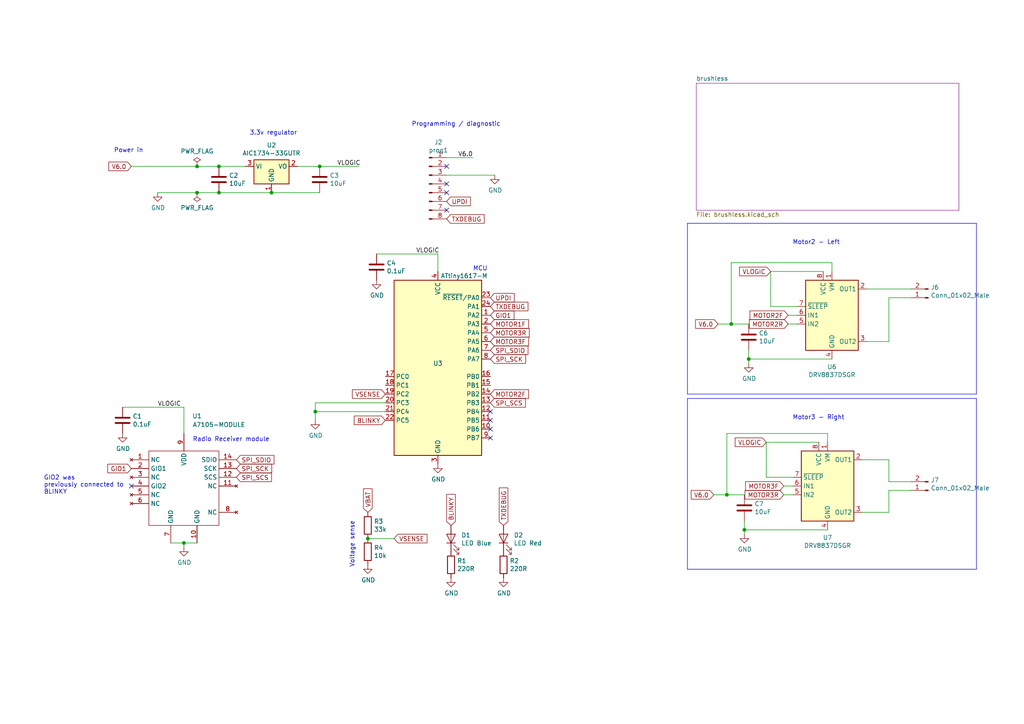
<source format=kicad_sch>
(kicad_sch (version 20200714) (host eeschema "5.99.0-unknown-9f20c61~102~ubuntu18.04.1")
  (page 1 2)
  (paper "A4")
  (title_block (title "Malenki-Brushless") (date "2020-08-01") (company "Mark Robson"))
  (lib_symbols
    (symbol "Connector:Conn_01x08_Male" (pin_names hide)
      (property "Reference" "J" (at 0 10.16 0))
      (property "Value" "Conn_01x08_Male" (at 0 -12.7 0))
      (symbol "Conn_01x08_Male_1_1"
        (rectangle (start 0.8636 -10.033) (end 0 -10.287) (fill (type outline)))
        (rectangle (start 0.8636 -7.493) (end 0 -7.747) (fill (type outline)))
        (rectangle (start 0.8636 -4.953) (end 0 -5.207) (fill (type outline)))
        (rectangle (start 0.8636 -2.413) (end 0 -2.667) (fill (type outline)))
        (rectangle (start 0.8636 0.127) (end 0 -0.127) (fill (type outline)))
        (rectangle (start 0.8636 2.667) (end 0 2.413) (fill (type outline)))
        (rectangle (start 0.8636 5.207) (end 0 4.953) (fill (type outline)))
        (rectangle (start 0.8636 7.747) (end 0 7.493) (fill (type outline)))
        (polyline (pts (xy 1.27 -10.16) (xy 0.8636 -10.16)))
        (polyline (pts (xy 1.27 -7.62) (xy 0.8636 -7.62)))
        (polyline (pts (xy 1.27 -5.08) (xy 0.8636 -5.08)))
        (polyline (pts (xy 1.27 -2.54) (xy 0.8636 -2.54)))
        (polyline (pts (xy 1.27 0) (xy 0.8636 0)))
        (polyline (pts (xy 1.27 2.54) (xy 0.8636 2.54)))
        (polyline (pts (xy 1.27 5.08) (xy 0.8636 5.08)))
        (polyline (pts (xy 1.27 7.62) (xy 0.8636 7.62)))
        (pin passive line (at 5.08 7.62 180) (length 3.81) (name "Pin_1") (number "1"))
        (pin passive line (at 5.08 5.08 180) (length 3.81) (name "Pin_2") (number "2"))
        (pin passive line (at 5.08 2.54 180) (length 3.81) (name "Pin_3") (number "3"))
        (pin passive line (at 5.08 0 180) (length 3.81) (name "Pin_4") (number "4"))
        (pin passive line (at 5.08 -2.54 180) (length 3.81) (name "Pin_5") (number "5"))
        (pin passive line (at 5.08 -5.08 180) (length 3.81) (name "Pin_6") (number "6"))
        (pin passive line (at 5.08 -7.62 180) (length 3.81) (name "Pin_7") (number "7"))
        (pin passive line (at 5.08 -10.16 180) (length 3.81) (name "Pin_8") (number "8"))
      )
    )
    (symbol "Driver_Motor:DRV8837C" (pin_names (offset 0.508))
      (property "Reference" "U" (at 6.35 11.43 0))
      (property "Value" "DRV8837C" (at -10.16 11.43 0))
      (symbol "DRV8837C_0_1"
        (rectangle (start -7.62 10.16) (end 7.62 -10.16) (stroke (width 0.254)) (fill (type background)))
      )
      (symbol "DRV8837C_1_1"
        (pin power_in line (at 0 12.7 270) (length 2.54) (name "VM") (number "1"))
        (pin output line (at 10.16 7.62 180) (length 2.54) (name "OUT1") (number "2"))
        (pin output line (at 10.16 -7.62 180) (length 2.54) (name "OUT2") (number "3"))
        (pin power_in line (at 0 -12.7 90) (length 2.54) (name "GND") (number "4"))
        (pin input line (at -10.16 -2.54 0) (length 2.54) (name "IN2") (number "5"))
        (pin input line (at -10.16 0 0) (length 2.54) (name "IN1") (number "6"))
        (pin input line (at -10.16 2.54 0) (length 2.54) (name "~SLEEP") (number "7"))
        (pin power_in line (at -2.54 12.7 270) (length 2.54) (name "VCC") (number "8"))
        (pin passive line (at 0 -12.7 90) (length 2.54) hide (name "GND") (number "9"))
      )
    )
    (symbol "MCU_Microchip_ATtiny:ATtiny1617-M" (pin_names (offset 0.508))
      (property "Reference" "U" (at -12.7 26.67 0))
      (property "Value" "ATtiny1617-M" (at 2.54 -26.67 0))
      (symbol "ATtiny1617-M_0_1"
        (rectangle (start -12.7 -25.4) (end 12.7 25.4) (stroke (width 0.254)) (fill (type background)))
      )
      (symbol "ATtiny1617-M_1_1"
        (pin bidirectional line (at 15.24 15.24 180) (length 2.54) (name "PA2") (number "1"))
        (pin bidirectional line (at 15.24 -17.78 180) (length 2.54) (name "PB6") (number "10"))
        (pin bidirectional line (at 15.24 -15.24 180) (length 2.54) (name "PB5") (number "11"))
        (pin bidirectional line (at 15.24 -12.7 180) (length 2.54) (name "PB4") (number "12"))
        (pin bidirectional line (at 15.24 -10.16 180) (length 2.54) (name "PB3") (number "13"))
        (pin bidirectional line (at 15.24 -7.62 180) (length 2.54) (name "PB2") (number "14"))
        (pin bidirectional line (at 15.24 -5.08 180) (length 2.54) (name "PB1") (number "15"))
        (pin bidirectional line (at 15.24 -2.54 180) (length 2.54) (name "PB0") (number "16"))
        (pin bidirectional line (at -15.24 -2.54 0) (length 2.54) (name "PC0") (number "17"))
        (pin bidirectional line (at -15.24 -5.08 0) (length 2.54) (name "PC1") (number "18"))
        (pin bidirectional line (at -15.24 -7.62 0) (length 2.54) (name "PC2") (number "19"))
        (pin bidirectional line (at 15.24 12.7 180) (length 2.54) (name "PA3") (number "2"))
        (pin bidirectional line (at -15.24 -10.16 0) (length 2.54) (name "PC3") (number "20"))
        (pin bidirectional line (at -15.24 -12.7 0) (length 2.54) (name "PC4") (number "21"))
        (pin bidirectional line (at -15.24 -15.24 0) (length 2.54) (name "PC5") (number "22"))
        (pin bidirectional line (at 15.24 20.32 180) (length 2.54) (name "~RESET~/PA0") (number "23"))
        (pin bidirectional line (at 15.24 17.78 180) (length 2.54) (name "PA1") (number "24"))
        (pin passive line (at 0 -27.94 90) (length 2.54) hide (name "GND") (number "25"))
        (pin power_in line (at 0 -27.94 90) (length 2.54) (name "GND") (number "3"))
        (pin power_in line (at 0 27.94 270) (length 2.54) (name "VCC") (number "4"))
        (pin bidirectional line (at 15.24 10.16 180) (length 2.54) (name "PA4") (number "5"))
        (pin bidirectional line (at 15.24 7.62 180) (length 2.54) (name "PA5") (number "6"))
        (pin bidirectional line (at 15.24 5.08 180) (length 2.54) (name "PA6") (number "7"))
        (pin bidirectional line (at 15.24 2.54 180) (length 2.54) (name "PA7") (number "8"))
        (pin bidirectional line (at 15.24 -20.32 180) (length 2.54) (name "PB7") (number "9"))
      )
    )
    (symbol "mal_nano:A7105-MODULE"
      (property "Reference" "U" (at 0 0 0))
      (property "Value" "A7105-MODULE" (at 2.54 -3.81 0))
      (symbol "A7105-MODULE_0_1"
        (rectangle (start -10.16 10.16) (end 10.16 -11.43))
      )
      (symbol "A7105-MODULE_1_1"
        (pin unconnected line (at -15.24 7.62 0) (length 5.08) (name "NC") (number "1"))
        (pin power_in line (at 3.81 -16.51 90) (length 5.08) (name "GND") (number "10"))
        (pin unconnected line (at 15.24 0 180) (length 5.08) (name "NC") (number "11"))
        (pin input line (at 15.24 2.54 180) (length 5.08) (name "SCS") (number "12"))
        (pin input line (at 15.24 5.08 180) (length 5.08) (name "SCK") (number "13"))
        (pin bidirectional line (at 15.24 7.62 180) (length 5.08) (name "SDIO") (number "14"))
        (pin bidirectional line (at -15.24 5.08 0) (length 5.08) (name "GIO1") (number "2"))
        (pin unconnected line (at -15.24 2.54 0) (length 5.08) (name "NC") (number "3"))
        (pin bidirectional line (at -15.24 0 0) (length 5.08) (name "GIO2") (number "4"))
        (pin unconnected line (at -15.24 -2.54 0) (length 5.08) (name "NC") (number "5"))
        (pin unconnected line (at -15.24 -5.08 0) (length 5.08) (name "NC") (number "6"))
        (pin power_in line (at -3.81 -16.51 90) (length 5.08) (name "GND") (number "7"))
        (pin unconnected line (at 15.24 -7.62 180) (length 5.08) (name "NC") (number "8"))
        (pin power_in line (at 0 15.24 270) (length 5.08) (name "VDD") (number "9"))
      )
    )
    (symbol "mal_nano:HT7233"
      (property "Reference" "U" (at 0 1.27 0))
      (property "Value" "HT7233" (at 1.27 0 0))
      (symbol "HT7233_1_1"
        (rectangle (start -5.08 -8.89) (end 5.08 -1.905) (stroke (width 0.254)) (fill (type background)))
        (pin power_in line (at 0 -11.43 90) (length 2.54) (name "GND") (number "1"))
        (pin power_out line (at 7.62 -3.81 180) (length 2.54) (name "VO") (number "2"))
        (pin power_in line (at -7.62 -3.81 0) (length 2.54) (name "VI") (number "3"))
      )
    )
    (symbol "malenki-nano-rescue:C-Device" (pin_numbers hide) (pin_names (offset 0.254))
      (property "Reference" "C" (at 0.635 2.54 0))
      (property "Value" "C-Device" (at 0.635 -2.54 0))
      (symbol "C-Device_0_1"
        (polyline (pts (xy -2.032 -0.762) (xy 2.032 -0.762)) (stroke (width 0.508)))
        (polyline (pts (xy -2.032 0.762) (xy 2.032 0.762)) (stroke (width 0.508)))
      )
      (symbol "C-Device_1_1"
        (pin passive line (at 0 3.81 270) (length 2.794) (name "~") (number "1"))
        (pin passive line (at 0 -3.81 90) (length 2.794) (name "~") (number "2"))
      )
    )
    (symbol "malenki-nano-rescue:Conn_01x02_Male-Connector" (pin_names hide)
      (property "Reference" "J" (at 0 2.54 0))
      (property "Value" "Conn_01x02_Male-Connector" (at 0 -5.08 0))
      (symbol "Conn_01x02_Male-Connector_1_1"
        (rectangle (start 0.8636 -2.413) (end 0 -2.667) (fill (type outline)))
        (rectangle (start 0.8636 0.127) (end 0 -0.127) (fill (type outline)))
        (polyline (pts (xy 1.27 -2.54) (xy 0.8636 -2.54)))
        (polyline (pts (xy 1.27 0) (xy 0.8636 0)))
        (pin passive line (at 5.08 0 180) (length 3.81) (name "Pin_1") (number "1"))
        (pin passive line (at 5.08 -2.54 180) (length 3.81) (name "Pin_2") (number "2"))
      )
    )
    (symbol "malenki-nano-rescue:GND-power" (power) (pin_names (offset 0))
      (property "Value" "GND-power" (at 0 -3.81 0))
      (symbol "GND-power_0_1"
        (polyline (pts (xy 0 0) (xy 0 -1.27) (xy 1.27 -1.27) (xy 0 -2.54) (xy -1.27 -1.27) (xy 0 -1.27)))
      )
      (symbol "GND-power_1_1"
        (pin power_in line (at 0 0 270) (length 0) hide (name "GND") (number "1"))
      )
    )
    (symbol "malenki-nano-rescue:LED-Device" (pin_numbers hide) (pin_names hide)
      (property "Reference" "D" (at 0 2.54 0))
      (property "Value" "LED-Device" (at 0 -2.54 0))
      (symbol "LED-Device_0_1"
        (polyline (pts (xy -1.27 -1.27) (xy -1.27 1.27)) (stroke (width 0.2032)))
        (polyline (pts (xy -1.27 0) (xy 1.27 0)))
        (polyline (pts (xy 1.27 -1.27) (xy 1.27 1.27) (xy -1.27 0) (xy 1.27 -1.27)) (stroke (width 0.2032)))
        (polyline (pts (xy -3.048 -0.762) (xy -4.572 -2.286) (xy -3.81 -2.286) (xy -4.572 -2.286) (xy -4.572 -1.524)))
        (polyline (pts (xy -1.778 -0.762) (xy -3.302 -2.286) (xy -2.54 -2.286) (xy -3.302 -2.286) (xy -3.302 -1.524)))
      )
      (symbol "LED-Device_1_1"
        (pin passive line (at -3.81 0 0) (length 2.54) (name "K") (number "1"))
        (pin passive line (at 3.81 0 180) (length 2.54) (name "A") (number "2"))
      )
    )
    (symbol "malenki-nano-rescue:PWR_FLAG-power" (power) (pin_numbers hide) (pin_names (offset 0) hide)
      (property "Value" "PWR_FLAG-power" (at 0 3.81 0))
      (symbol "PWR_FLAG-power_0_1"
        (polyline (pts (xy 0 0) (xy 0 1.27) (xy -1.016 1.905) (xy 0 2.54) (xy 1.016 1.905) (xy 0 1.27)))
      )
      (symbol "PWR_FLAG-power_0_0"
        (pin power_out line (at 0 0 90) (length 0) (name "pwr") (number "1"))
      )
    )
    (symbol "malenki-nano-rescue:R-Device" (pin_numbers hide) (pin_names (offset 0))
      (property "Reference" "R" (at 2.032 0 90))
      (property "Value" "R-Device" (at 0 0 90))
      (symbol "R-Device_0_1"
        (rectangle (start -1.016 -2.54) (end 1.016 2.54) (stroke (width 0.254)))
      )
      (symbol "R-Device_1_1"
        (pin passive line (at 0 3.81 270) (length 1.27) (name "~") (number "1"))
        (pin passive line (at 0 -3.81 90) (length 1.27) (name "~") (number "2"))
      )
    )
  )
  (junction (at 53.34 157.48))
  (junction (at 57.15 48.26))
  (junction (at 57.15 55.88))
  (junction (at 63.5 48.26))
  (junction (at 63.5 55.88))
  (junction (at 78.74 55.88))
  (junction (at 91.44 119.38))
  (junction (at 92.71 48.26))
  (junction (at 106.68 156.21))
  (junction (at 210.82 143.51))
  (junction (at 212.09 93.98))
  (junction (at 215.9 153.67))
  (junction (at 217.17 104.14))
  (no_connect (at 142.24 127))
  (no_connect (at 142.24 121.92))
  (no_connect (at 129.54 53.34))
  (no_connect (at 129.54 60.96))
  (no_connect (at 129.54 48.26))
  (no_connect (at 129.54 55.88))
  (no_connect (at 142.24 119.38))
  (no_connect (at 142.24 124.46))
  (no_connect (at 38.1 140.97))
  (wire (pts (xy 35.56 118.11) (xy 53.34 118.11)))
  (wire (pts (xy 38.1 48.26) (xy 57.15 48.26)))
  (wire (pts (xy 45.72 55.88) (xy 57.15 55.88)))
  (wire (pts (xy 49.53 157.48) (xy 53.34 157.48)))
  (wire (pts (xy 53.34 118.11) (xy 53.34 125.73)))
  (wire (pts (xy 53.34 157.48) (xy 57.15 157.48)))
  (wire (pts (xy 53.34 158.75) (xy 53.34 157.48)))
  (wire (pts (xy 57.15 48.26) (xy 63.5 48.26)))
  (wire (pts (xy 57.15 55.88) (xy 63.5 55.88)))
  (wire (pts (xy 63.5 48.26) (xy 71.12 48.26)))
  (wire (pts (xy 63.5 55.88) (xy 78.74 55.88)))
  (wire (pts (xy 78.74 55.88) (xy 92.71 55.88)))
  (wire (pts (xy 91.44 116.84) (xy 91.44 119.38)))
  (wire (pts (xy 91.44 116.84) (xy 111.76 116.84)))
  (wire (pts (xy 91.44 119.38) (xy 91.44 121.92)))
  (wire (pts (xy 92.71 48.26) (xy 86.36 48.26)))
  (wire (pts (xy 104.14 48.26) (xy 92.71 48.26)))
  (wire (pts (xy 111.76 119.38) (xy 91.44 119.38)))
  (wire (pts (xy 114.3 156.21) (xy 106.68 156.21)))
  (wire (pts (xy 127 73.66) (xy 109.22 73.66)))
  (wire (pts (xy 127 73.66) (xy 127 78.74)))
  (wire (pts (xy 129.54 45.72) (xy 137.16 45.72)))
  (wire (pts (xy 129.54 50.8) (xy 143.51 50.8)))
  (wire (pts (xy 207.01 143.51) (xy 210.82 143.51)))
  (wire (pts (xy 208.28 93.98) (xy 212.09 93.98)))
  (wire (pts (xy 210.82 125.73) (xy 210.82 143.51)))
  (wire (pts (xy 212.09 76.2) (xy 212.09 93.98)))
  (wire (pts (xy 215.9 143.51) (xy 210.82 143.51)))
  (wire (pts (xy 215.9 151.13) (xy 215.9 153.67)))
  (wire (pts (xy 215.9 153.67) (xy 215.9 154.94)))
  (wire (pts (xy 215.9 153.67) (xy 240.03 153.67)))
  (wire (pts (xy 217.17 93.98) (xy 212.09 93.98)))
  (wire (pts (xy 217.17 101.6) (xy 217.17 104.14)))
  (wire (pts (xy 217.17 104.14) (xy 217.17 105.41)))
  (wire (pts (xy 217.17 104.14) (xy 241.3 104.14)))
  (wire (pts (xy 222.25 128.27) (xy 222.25 138.43)))
  (wire (pts (xy 222.25 138.43) (xy 229.87 138.43)))
  (wire (pts (xy 223.52 78.74) (xy 223.52 88.9)))
  (wire (pts (xy 223.52 88.9) (xy 231.14 88.9)))
  (wire (pts (xy 229.87 140.97) (xy 227.33 140.97)))
  (wire (pts (xy 229.87 143.51) (xy 227.33 143.51)))
  (wire (pts (xy 231.14 91.44) (xy 228.6 91.44)))
  (wire (pts (xy 231.14 93.98) (xy 228.6 93.98)))
  (wire (pts (xy 237.49 128.27) (xy 222.25 128.27)))
  (wire (pts (xy 238.76 78.74) (xy 223.52 78.74)))
  (wire (pts (xy 240.03 125.73) (xy 210.82 125.73)))
  (wire (pts (xy 240.03 128.27) (xy 240.03 125.73)))
  (wire (pts (xy 241.3 76.2) (xy 212.09 76.2)))
  (wire (pts (xy 241.3 78.74) (xy 241.3 76.2)))
  (wire (pts (xy 250.19 133.35) (xy 257.81 133.35)))
  (wire (pts (xy 250.19 148.59) (xy 257.81 148.59)))
  (wire (pts (xy 251.46 83.82) (xy 264.16 83.82)))
  (wire (pts (xy 257.81 86.36) (xy 257.81 99.06)))
  (wire (pts (xy 257.81 99.06) (xy 251.46 99.06)))
  (wire (pts (xy 257.81 133.35) (xy 257.81 139.7)))
  (wire (pts (xy 257.81 139.7) (xy 264.16 139.7)))
  (wire (pts (xy 257.81 142.24) (xy 257.81 148.59)))
  (wire (pts (xy 264.16 86.36) (xy 257.81 86.36)))
  (wire (pts (xy 264.16 142.24) (xy 257.81 142.24)))
  (polyline (pts (xy 199.39 64.77) (xy 283.21 64.77)) (stroke (width 0) (type solid)))
  (polyline (pts (xy 199.39 114.3) (xy 199.39 64.77)) (stroke (width 0) (type solid)))
  (polyline (pts (xy 199.39 115.57) (xy 283.21 115.57)) (stroke (width 0) (type solid)))
  (polyline (pts (xy 199.39 165.1) (xy 199.39 115.57)) (stroke (width 0) (type solid)))
  (polyline (pts (xy 283.21 64.77) (xy 283.21 114.3)) (stroke (width 0) (type solid)))
  (polyline (pts (xy 283.21 114.3) (xy 199.39 114.3)) (stroke (width 0) (type solid)))
  (polyline (pts (xy 283.21 115.57) (xy 283.21 165.1)) (stroke (width 0) (type solid)))
  (polyline (pts (xy 283.21 165.1) (xy 199.39 165.1)) (stroke (width 0) (type solid)))
  (text "GIO2 was\npreviously connected to\nBLINKY" (at 12.7 143.51 0) (effects (font (size 1.27 1.27)) (justify left bottom)))
  (text "Power in" (at 33.02 44.45 0) (effects (font (size 1.27 1.27)) (justify left bottom)))
  (text "Radio Receiver module" (at 55.88 128.27 0) (effects (font (size 1.27 1.27)) (justify left bottom)))
  (text "3.3v regulator" (at 72.39 39.37 0) (effects (font (size 1.27 1.27)) (justify left bottom)))
  (text "Voltage sense" (at 102.87 151.13 270) (effects (font (size 1.27 1.27)) (justify right bottom)))
  (text "Programming / diagnostic" (at 119.38 36.83 0) (effects (font (size 1.27 1.27)) (justify left bottom)))
  (text "MCU\n" (at 137.16 78.74 0) (effects (font (size 1.27 1.27)) (justify left bottom)))
  (text "Motor2 - Left" (at 229.87 71.12 0) (effects (font (size 1.27 1.27)) (justify left bottom)))
  (text "Motor3 - Right" (at 229.87 121.92 0) (effects (font (size 1.27 1.27)) (justify left bottom)))
  (label "VLOGIC" (at 45.72 118.11 0))
  (label "VLOGIC" (at 97.79 48.26 0))
  (label "VLOGIC" (at 120.65 73.66 0))
  (label "V6.0" (at 137.16 45.72 180))
  (global_label "V6.0" (shape input) (at 38.1 48.26 180))
  (global_label "GIO1" (shape input) (at 38.1 135.89 180))
  (global_label "SPI_SDIO" (shape input) (at 68.58 133.35 0))
  (global_label "SPI_SCK" (shape input) (at 68.58 135.89 0))
  (global_label "SPI_SCS" (shape input) (at 68.58 138.43 0))
  (global_label "VBAT" (shape input) (at 106.68 148.59 90))
  (global_label "VSENSE" (shape input) (at 111.76 114.3 180))
  (global_label "BLINKY" (shape input) (at 111.76 121.92 180))
  (global_label "VSENSE" (shape input) (at 114.3 156.21 0))
  (global_label "UPDI" (shape input) (at 129.54 58.42 0))
  (global_label "TXDEBUG" (shape input) (at 129.54 63.5 0))
  (global_label "BLINKY" (shape input) (at 130.81 152.4 90))
  (global_label "UPDI" (shape input) (at 142.24 86.36 0))
  (global_label "TXDEBUG" (shape input) (at 142.24 88.9 0))
  (global_label "GIO1" (shape input) (at 142.24 91.44 0))
  (global_label "MOTOR1F" (shape input) (at 142.24 93.98 0))
  (global_label "MOTOR3R" (shape input) (at 142.24 96.52 0))
  (global_label "MOTOR3F" (shape input) (at 142.24 99.06 0))
  (global_label "SPI_SDIO" (shape input) (at 142.24 101.6 0))
  (global_label "SPI_SCK" (shape input) (at 142.24 104.14 0))
  (global_label "MOTOR2F" (shape input) (at 142.24 114.3 0))
  (global_label "SPI_SCS" (shape input) (at 142.24 116.84 0))
  (global_label "TXDEBUG" (shape input) (at 146.05 152.4 90))
  (global_label "V6.0" (shape input) (at 207.01 143.51 180))
  (global_label "V6.0" (shape input) (at 208.28 93.98 180))
  (global_label "VLOGIC" (shape input) (at 222.25 128.27 180))
  (global_label "VLOGIC" (shape input) (at 223.52 78.74 180))
  (global_label "MOTOR3F" (shape input) (at 227.33 140.97 180))
  (global_label "MOTOR3R" (shape input) (at 227.33 143.51 180))
  (global_label "MOTOR2F" (shape input) (at 228.6 91.44 180))
  (global_label "MOTOR2R" (shape input) (at 228.6 93.98 180))
  (symbol (lib_id "malenki-nano-rescue:PWR_FLAG-power") (at 57.15 48.26 0) (unit 1)
    (property "Reference" "#FLG0101" (effects hide))
    (property "Value" "PWR_FLAG" (at 57.15 43.8658 0))
  )
  (symbol (lib_id "malenki-nano-rescue:PWR_FLAG-power") (at 57.15 55.88 180) (unit 1)
    (property "Reference" "#FLG0102" (effects hide))
    (property "Value" "PWR_FLAG" (at 57.15 60.2742 0))
  )
  (symbol (lib_id "malenki-nano-rescue:GND-power") (at 35.56 125.73 0) (unit 1)
    (property "Reference" "#PWR01" (effects hide))
    (property "Value" "GND" (at 35.687 130.1242 0))
  )
  (symbol (lib_id "malenki-nano-rescue:GND-power") (at 45.72 55.88 0) (unit 1)
    (property "Reference" "#PWR02" (effects hide))
    (property "Value" "GND" (at 45.847 60.2742 0))
  )
  (symbol (lib_id "malenki-nano-rescue:GND-power") (at 53.34 158.75 0) (unit 1)
    (property "Reference" "#PWR03" (effects hide))
    (property "Value" "GND" (at 53.467 163.1442 0))
  )
  (symbol (lib_id "malenki-nano-rescue:GND-power") (at 91.44 121.92 0) (unit 1)
    (property "Reference" "#PWR0101" (effects hide))
    (property "Value" "GND" (at 91.567 126.3142 0))
  )
  (symbol (lib_id "malenki-nano-rescue:GND-power") (at 106.68 163.83 0) (unit 1)
    (property "Reference" "#PWR07" (effects hide))
    (property "Value" "GND" (at 106.807 168.2242 0))
  )
  (symbol (lib_id "malenki-nano-rescue:GND-power") (at 109.22 81.28 0) (unit 1)
    (property "Reference" "#PWR04" (effects hide))
    (property "Value" "GND" (at 109.347 85.6742 0))
  )
  (symbol (lib_id "malenki-nano-rescue:GND-power") (at 127 134.62 0) (unit 1)
    (property "Reference" "#PWR05" (effects hide))
    (property "Value" "GND" (at 127.127 139.0142 0))
  )
  (symbol (lib_id "malenki-nano-rescue:GND-power") (at 130.81 167.64 0) (unit 1)
    (property "Reference" "#PWR06" (effects hide))
    (property "Value" "GND" (at 130.937 172.0342 0))
  )
  (symbol (lib_id "malenki-nano-rescue:GND-power") (at 143.51 50.8 0) (unit 1)
    (property "Reference" "#PWR0104" (effects hide))
    (property "Value" "GND" (at 143.637 55.1942 0))
  )
  (symbol (lib_id "malenki-nano-rescue:GND-power") (at 146.05 167.64 0) (unit 1)
    (property "Reference" "#PWR011" (effects hide))
    (property "Value" "GND" (at 146.177 172.0342 0))
  )
  (symbol (lib_id "malenki-nano-rescue:GND-power") (at 215.9 154.94 0) (unit 1)
    (property "Reference" "#PWR0103" (effects hide))
    (property "Value" "GND" (at 216.027 159.3342 0))
  )
  (symbol (lib_id "malenki-nano-rescue:GND-power") (at 217.17 105.41 0) (unit 1)
    (property "Reference" "#PWR0102" (effects hide))
    (property "Value" "GND" (at 217.297 109.8042 0))
  )
  (symbol (lib_id "malenki-nano-rescue:R-Device") (at 106.68 152.4 0) (unit 1)
    (property "Reference" "R3" (at 108.458 151.2316 0) (effects (justify left)))
    (property "Value" "33k" (at 108.458 153.543 0) (effects (justify left)))
    (property "Footprint" "Resistor_SMD:R_0603_1608Metric" (effects hide))
    (property "Partnum" "C4216" (effects hide))
    (property "LCSC" "C4216" (effects hide))
  )
  (symbol (lib_id "malenki-nano-rescue:R-Device") (at 106.68 160.02 0) (unit 1)
    (property "Reference" "R4" (at 108.458 158.8516 0) (effects (justify left)))
    (property "Value" "10k" (at 108.458 161.163 0) (effects (justify left)))
    (property "Footprint" "Resistor_SMD:R_0603_1608Metric" (effects hide))
    (property "Partnum" "C25804" (effects hide))
    (property "LCSC" "C25804" (effects hide))
  )
  (symbol (lib_id "malenki-nano-rescue:R-Device") (at 130.81 163.83 0) (unit 1)
    (property "Reference" "R1" (at 132.588 162.6616 0) (effects (justify left)))
    (property "Value" "220R" (at 132.588 164.973 0) (effects (justify left)))
    (property "Footprint" "Resistor_SMD:R_0603_1608Metric" (effects hide))
    (property "Partnum" "C22962" (effects hide))
    (property "LCSC" "C22962" (effects hide))
  )
  (symbol (lib_id "malenki-nano-rescue:R-Device") (at 146.05 163.83 0) (unit 1)
    (property "Reference" "R2" (at 147.828 162.6616 0) (effects (justify left)))
    (property "Value" "220R" (at 147.828 164.973 0) (effects (justify left)))
    (property "Footprint" "Resistor_SMD:R_0603_1608Metric" (effects hide))
    (property "Partnum" "C22962" (effects hide))
    (property "LCSC" "C22962" (effects hide))
  )
  (symbol (lib_id "malenki-nano-rescue:Conn_01x02_Male-Connector") (at 269.24 86.36 180) (unit 1)
    (property "Reference" "J6" (at 269.9512 83.3628 0) (effects (justify right)))
    (property "Value" "Conn_01x02_Male" (at 269.9512 85.6742 0) (effects (justify right)))
    (property "Footprint" "malenki-nano:PinHeader_1x02_P2.54mm_BIG1" (effects hide))
  )
  (symbol (lib_id "malenki-nano-rescue:Conn_01x02_Male-Connector") (at 269.24 142.24 180) (unit 1)
    (property "Reference" "J7" (at 269.9512 139.2428 0) (effects (justify right)))
    (property "Value" "Conn_01x02_Male" (at 269.9512 141.5542 0) (effects (justify right)))
    (property "Footprint" "malenki-nano:PinHeader_1x02_P2.54mm_BIG1" (effects hide))
  )
  (symbol (lib_id "malenki-nano-rescue:LED-Device") (at 130.81 156.21 90) (unit 1)
    (property "Reference" "D1" (at 133.7818 155.2194 90) (effects (justify right)))
    (property "Value" "LED Blue" (at 133.7818 157.5308 90) (effects (justify right)))
    (property "Footprint" "LED_SMD:LED_0805_2012Metric_Castellated" (effects hide))
    (property "LCSC" "C2293" (effects hide))
  )
  (symbol (lib_id "malenki-nano-rescue:LED-Device") (at 146.05 156.21 90) (unit 1)
    (property "Reference" "D2" (at 149.0218 155.2194 90) (effects (justify right)))
    (property "Value" "LED Red" (at 149.0218 157.5308 90) (effects (justify right)))
    (property "Footprint" "LED_SMD:LED_0805_2012Metric_Castellated" (effects hide))
    (property "LCSC" "C84256" (effects hide))
  )
  (symbol (lib_id "malenki-nano-rescue:C-Device") (at 35.56 121.92 0) (unit 1)
    (property "Reference" "C1" (at 38.481 120.7516 0) (effects (justify left)))
    (property "Value" "0.1uF" (at 38.481 123.063 0) (effects (justify left)))
    (property "Footprint" "Capacitor_SMD:C_0603_1608Metric" (effects hide))
    (property "Partnum" "C14663" (effects hide))
    (property "LCSC" "C14663" (effects hide))
  )
  (symbol (lib_id "malenki-nano-rescue:C-Device") (at 63.5 52.07 0) (unit 1)
    (property "Reference" "C2" (at 66.421 50.9016 0) (effects (justify left)))
    (property "Value" "10uF" (at 66.421 53.213 0) (effects (justify left)))
    (property "Footprint" "Capacitor_SMD:C_0603_1608Metric" (effects hide))
    (property "LCSC" "C19702" (effects hide))
  )
  (symbol (lib_id "malenki-nano-rescue:C-Device") (at 92.71 52.07 0) (unit 1)
    (property "Reference" "C3" (at 95.631 50.9016 0) (effects (justify left)))
    (property "Value" "10uF" (at 95.631 53.213 0) (effects (justify left)))
    (property "Footprint" "Capacitor_SMD:C_0603_1608Metric" (effects hide))
    (property "LCSC" "C19702" (effects hide))
  )
  (symbol (lib_id "malenki-nano-rescue:C-Device") (at 109.22 77.47 0) (unit 1)
    (property "Reference" "C4" (at 112.141 76.3016 0) (effects (justify left)))
    (property "Value" "0.1uF" (at 112.141 78.613 0) (effects (justify left)))
    (property "Footprint" "Capacitor_SMD:C_0603_1608Metric" (effects hide))
    (property "Partnum" "C14663" (effects hide))
    (property "LCSC" "C14663" (effects hide))
  )
  (symbol (lib_id "malenki-nano-rescue:C-Device") (at 215.9 147.32 0) (unit 1)
    (property "Reference" "C7" (at 218.821 146.1516 0) (effects (justify left)))
    (property "Value" "10uF" (at 218.821 148.463 0) (effects (justify left)))
    (property "Footprint" "Capacitor_SMD:C_0603_1608Metric" (effects hide))
    (property "LCSC" "C19702" (effects hide))
  )
  (symbol (lib_id "malenki-nano-rescue:C-Device") (at 217.17 97.79 0) (unit 1)
    (property "Reference" "C6" (at 220.091 96.6216 0) (effects (justify left)))
    (property "Value" "10uF" (at 220.091 98.933 0) (effects (justify left)))
    (property "Footprint" "Capacitor_SMD:C_0603_1608Metric" (effects hide))
    (property "LCSC" "C19702" (effects hide))
  )
  (symbol (lib_id "Connector:Conn_01x08_Male") (at 124.46 53.34 0) (unit 1)
    (property "Reference" "J2" (at 127.1524 41.2558 0))
    (property "Value" "prog1" (at 127.152 43.554 0))
    (property "Footprint" "malenki-nano:SOIC_clipProgSmall" (effects hide))
  )
  (symbol (lib_id "mal_nano:HT7233") (at 78.74 44.45 0) (unit 1)
    (property "Reference" "U2" (at 78.74 42.1132 0))
    (property "Value" "AIC1734-33GUTR" (at 78.74 44.4246 0))
    (property "Footprint" "Package_TO_SOT_SMD:SOT-23" (effects hide))
    (property "Partnum" "C211659" (effects hide))
    (property "LCSC" "C211659" (effects hide))
  )
  (symbol (lib_id "Driver_Motor:DRV8837C") (at 240.03 140.97 0) (unit 1)
    (property "Reference" "U7" (at 240.03 155.9306 0))
    (property "Value" "DRV8837DSGR" (at 240.03 158.242 0))
    (property "Footprint" "malenki-nano:WSON-8-1EP_2x2mm_P0.5mm_HAND1" (effects hide))
    (property "Datasheet" "https://datasheet.lcsc.com/szlcsc/Texas-Instruments-TI-DRV8837DSGR_C39159.pdf" (effects hide))
    (property "LCSC" "C39159" (effects hide))
  )
  (symbol (lib_id "Driver_Motor:DRV8837C") (at 241.3 91.44 0) (unit 1)
    (property "Reference" "U6" (at 241.3 106.4006 0))
    (property "Value" "DRV8837DSGR" (at 241.3 108.712 0))
    (property "Footprint" "malenki-nano:WSON-8-1EP_2x2mm_P0.5mm_HAND1" (effects hide))
    (property "Datasheet" "https://datasheet.lcsc.com/szlcsc/Texas-Instruments-TI-DRV8837DSGR_C39159.pdf" (effects hide))
    (property "LCSC" "C39159" (effects hide))
  )
  (symbol (lib_id "mal_nano:A7105-MODULE") (at 53.34 140.97 0) (unit 1)
    (property "Reference" "U1" (at 57.15 120.65 0))
    (property "Value" "A7105-MODULE" (at 63.5 123.19 0))
    (property "Footprint" "malenki-nano:A7105-module" (effects hide))
  )
  (symbol (lib_id "MCU_Microchip_ATtiny:ATtiny1617-M") (at 127 106.68 0) (unit 1)
    (property "Reference" "U3" (at 127 105.41 0))
    (property "Value" "ATtiny1617-M" (at 134.62 80.01 0))
    (property "Footprint" "malenki-nano:qfn24-hand1" (effects hide))
    (property "Partnum" "C194193" (effects hide))
    (property "LCSC" "C194193" (effects hide))
  )
  (sheet (at 201.93 24.13) (size 76.2 36.83) (stroke (width 0.001) (color 132 0 132 1)) (fill (color 255 255 255 0.0000))
    (property "Sheet name" "brushless" (at 201.93 23.4941 0) (effects (justify left bottom)))
    (property "Sheet file" "brushless.kicad_sch" (at 201.93 61.4689 0) (effects (justify left top)))
  )
)
</source>
